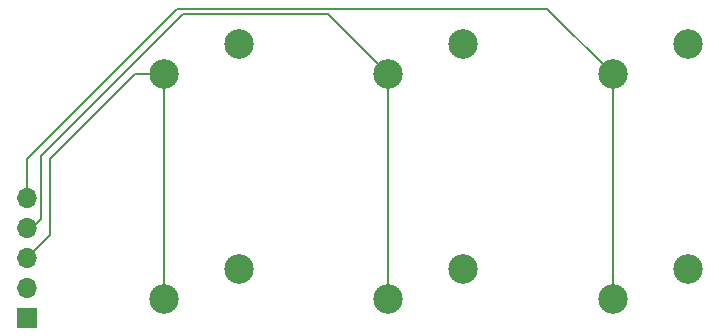
<source format=gbr>
%TF.GenerationSoftware,KiCad,Pcbnew,8.0.0*%
%TF.CreationDate,2024-03-12T01:26:02-04:00*%
%TF.ProjectId,mediaKeeb_V1,6d656469-614b-4656-9562-5f56312e6b69,rev?*%
%TF.SameCoordinates,Original*%
%TF.FileFunction,Copper,L1,Top*%
%TF.FilePolarity,Positive*%
%FSLAX46Y46*%
G04 Gerber Fmt 4.6, Leading zero omitted, Abs format (unit mm)*
G04 Created by KiCad (PCBNEW 8.0.0) date 2024-03-12 01:26:02*
%MOMM*%
%LPD*%
G01*
G04 APERTURE LIST*
%TA.AperFunction,ComponentPad*%
%ADD10C,2.500000*%
%TD*%
%TA.AperFunction,ComponentPad*%
%ADD11R,1.700000X1.700000*%
%TD*%
%TA.AperFunction,ComponentPad*%
%ADD12O,1.700000X1.700000*%
%TD*%
%TA.AperFunction,Conductor*%
%ADD13C,0.200000*%
%TD*%
G04 APERTURE END LIST*
D10*
%TO.P,SW6,1,1*%
%TO.N,Column_3*%
X153641250Y-78890000D03*
%TO.P,SW6,2,2*%
%TO.N,Net-(D6-A)*%
X159991250Y-76350000D03*
%TD*%
%TO.P,SW5,2,2*%
%TO.N,Net-(D5-A)*%
X140991250Y-76350000D03*
%TO.P,SW5,1,1*%
%TO.N,Column_2*%
X134641250Y-78890000D03*
%TD*%
%TO.P,SW4,2,2*%
%TO.N,Net-(D4-A)*%
X121991250Y-76350000D03*
%TO.P,SW4,1,1*%
%TO.N,Column_1*%
X115641250Y-78890000D03*
%TD*%
%TO.P,SW3,1,1*%
%TO.N,Column_3*%
X153641250Y-59890000D03*
%TO.P,SW3,2,2*%
%TO.N,Net-(D3-A)*%
X159991250Y-57350000D03*
%TD*%
%TO.P,SW2,2,2*%
%TO.N,Net-(D2-A)*%
X140991250Y-57350000D03*
%TO.P,SW2,1,1*%
%TO.N,Column_2*%
X134641250Y-59890000D03*
%TD*%
%TO.P,SW1,2,2*%
%TO.N,Net-(D1-A)*%
X121981250Y-57350000D03*
%TO.P,SW1,1,1*%
%TO.N,Column_1*%
X115631250Y-59890000D03*
%TD*%
D11*
%TO.P,J1,1,Pin_1*%
%TO.N,Row_2*%
X104081250Y-80520000D03*
D12*
%TO.P,J1,2,Pin_2*%
%TO.N,Row_1*%
X104081250Y-77980000D03*
%TO.P,J1,3,Pin_3*%
%TO.N,Column_1*%
X104081250Y-75440000D03*
%TO.P,J1,4,Pin_4*%
%TO.N,Column_2*%
X104081250Y-72900000D03*
%TO.P,J1,5,Pin_5*%
%TO.N,Column_3*%
X104081250Y-70360000D03*
%TD*%
D13*
%TO.N,Column_1*%
X106031250Y-67100000D02*
X113241250Y-59890000D01*
X113241250Y-59890000D02*
X115631250Y-59890000D01*
X106031250Y-73500000D02*
X106031250Y-67100000D01*
X104091250Y-75440000D02*
X106031250Y-73500000D01*
X104081250Y-75440000D02*
X104091250Y-75440000D01*
%TO.N,Column_3*%
X104081250Y-70360000D02*
X104081250Y-67050000D01*
X104081250Y-67050000D02*
X116781250Y-54350000D01*
X116781250Y-54350000D02*
X148101250Y-54350000D01*
X148101250Y-54350000D02*
X153641250Y-59890000D01*
%TO.N,Column_2*%
X129551250Y-54800000D02*
X134641250Y-59890000D01*
X105231250Y-66850000D02*
X117281250Y-54800000D01*
X117281250Y-54800000D02*
X129551250Y-54800000D01*
X104481250Y-72900000D02*
X105231250Y-72150000D01*
X104081250Y-72900000D02*
X104481250Y-72900000D01*
X105231250Y-72150000D02*
X105231250Y-66850000D01*
%TO.N,Column_3*%
X153641250Y-59890000D02*
X153641250Y-78890000D01*
%TO.N,Column_2*%
X134641250Y-59890000D02*
X134641250Y-78890000D01*
%TO.N,Column_1*%
X115641250Y-59890000D02*
X115641250Y-78890000D01*
%TD*%
M02*

</source>
